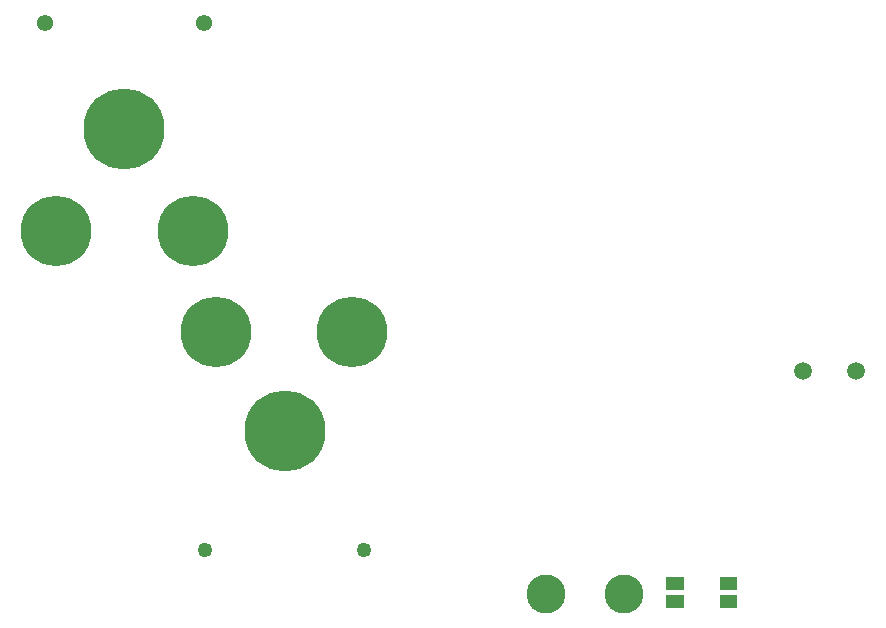
<source format=gbr>
G04 start of page 2 for group 0 idx 0 *
G04 Title: (unknown), 1top *
G04 Creator: pcb 20110918 *
G04 CreationDate: Mon Dec 30 21:59:35 2013 UTC *
G04 For: fosse *
G04 Format: Gerber/RS-274X *
G04 PCB-Dimensions: 550000 450000 *
G04 PCB-Coordinate-Origin: lower left *
%MOIN*%
%FSLAX25Y25*%
%LNTOP*%
%ADD24C,0.0354*%
%ADD23C,0.0433*%
%ADD22C,0.1150*%
%ADD21C,0.0945*%
%ADD20C,0.2100*%
%ADD19C,0.1160*%
%ADD18R,0.0433X0.0433*%
%ADD17R,0.0433X0.0433*%
%ADD16C,0.0494*%
%ADD15C,0.0544*%
%ADD14C,0.0591*%
%ADD13C,0.1300*%
%ADD12C,0.2350*%
%ADD11C,0.2700*%
G54D11*X239910Y206240D03*
X186500Y307000D03*
G54D12*X216910Y239240D03*
X209350Y273000D03*
G54D13*X353110Y152090D03*
G54D14*X430327Y226256D03*
X412610D03*
G54D15*X159926Y342206D03*
G54D12*X163850Y273000D03*
G54D13*X327110Y152090D03*
G54D16*X266485Y166444D03*
G54D12*X262410Y239240D03*
G54D16*X213335Y166444D03*
G54D15*X213076Y342206D03*
G54D17*X387070Y149548D02*X388646D01*
G54D18*X387070Y155453D02*X388646D01*
G54D17*X369354Y149548D02*X370928D01*
G54D18*X369354Y155453D02*X370929D01*
G54D19*G54D20*G54D21*G54D22*G54D23*G54D24*G54D20*G54D22*G54D24*G54D20*G54D24*M02*

</source>
